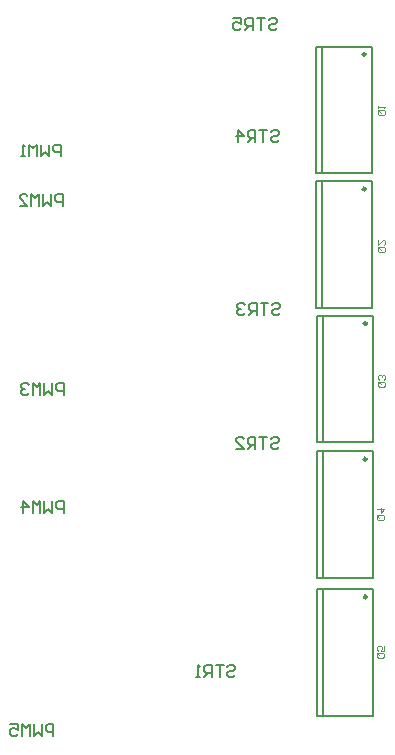
<source format=gbo>
G04 Layer_Color=32896*
%FSLAX44Y44*%
%MOMM*%
G71*
G01*
G75*
%ADD50C,0.2000*%
%ADD51C,0.1000*%
%ADD52C,0.2500*%
%ADD53C,0.1270*%
D50*
X98500Y559900D02*
X145500D01*
X98500Y666900D02*
X145500D01*
Y559900D02*
Y666900D01*
X98500Y559900D02*
Y666900D01*
X103500Y559900D02*
Y666900D01*
X99500Y331900D02*
X146500D01*
X99500Y438900D02*
X146500D01*
Y331900D02*
Y438900D01*
X99500Y331900D02*
Y438900D01*
X104500Y331900D02*
Y438900D01*
X99500Y100500D02*
X146500D01*
X99500Y207500D02*
X146500D01*
Y100500D02*
Y207500D01*
X99500Y100500D02*
Y207500D01*
X104500Y100500D02*
Y207500D01*
X98500Y445900D02*
X145500D01*
X98500Y552900D02*
X145500D01*
Y445900D02*
Y552900D01*
X98500Y445900D02*
Y552900D01*
X103500Y445900D02*
Y552900D01*
X99500Y217100D02*
X146500D01*
X99500Y324100D02*
X146500D01*
Y217100D02*
Y324100D01*
X99500Y217100D02*
Y324100D01*
X104500Y217100D02*
Y324100D01*
D51*
X151000Y153599D02*
X154998D01*
X155998Y152599D01*
Y150600D01*
X154998Y149600D01*
X151000D01*
X150000Y150600D01*
Y152599D01*
X151999Y151599D02*
X150000Y153599D01*
Y152599D02*
X151000Y153599D01*
X155998Y159597D02*
Y155598D01*
X152999D01*
X153999Y157597D01*
Y158597D01*
X152999Y159597D01*
X151000D01*
X150000Y158597D01*
Y156598D01*
X151000Y155598D01*
X151000Y270199D02*
X154998D01*
X155998Y269199D01*
Y267200D01*
X154998Y266200D01*
X151000D01*
X150000Y267200D01*
Y269199D01*
X151999Y268199D02*
X150000Y270199D01*
Y269199D02*
X151000Y270199D01*
X150000Y275197D02*
X155998D01*
X152999Y272198D01*
Y276197D01*
X152000Y382999D02*
X155998D01*
X156998Y381999D01*
Y380000D01*
X155998Y379000D01*
X152000D01*
X151000Y380000D01*
Y381999D01*
X152999Y380999D02*
X151000Y382999D01*
Y381999D02*
X152000Y382999D01*
X155998Y384998D02*
X156998Y385998D01*
Y387997D01*
X155998Y388997D01*
X154999D01*
X153999Y387997D01*
Y386997D01*
Y387997D01*
X152999Y388997D01*
X152000D01*
X151000Y387997D01*
Y385998D01*
X152000Y384998D01*
Y496999D02*
X155998D01*
X156998Y495999D01*
Y494000D01*
X155998Y493000D01*
X152000D01*
X151000Y494000D01*
Y495999D01*
X152999Y494999D02*
X151000Y496999D01*
Y495999D02*
X152000Y496999D01*
X151000Y502997D02*
Y498998D01*
X154999Y502997D01*
X155998D01*
X156998Y501997D01*
Y499998D01*
X155998Y498998D01*
X152000Y612999D02*
X155998D01*
X156998Y611999D01*
Y610000D01*
X155998Y609000D01*
X152000D01*
X151000Y610000D01*
Y611999D01*
X152999Y610999D02*
X151000Y612999D01*
Y611999D02*
X152000Y612999D01*
X151000Y614998D02*
Y616997D01*
Y615998D01*
X156998D01*
X155998Y614998D01*
D52*
X140250Y660400D02*
G03*
X140250Y660400I-1250J0D01*
G01*
X141250Y432400D02*
G03*
X141250Y432400I-1250J0D01*
G01*
X141250Y201000D02*
G03*
X141250Y201000I-1250J0D01*
G01*
X140250Y546400D02*
G03*
X140250Y546400I-1250J0D01*
G01*
X141250Y317600D02*
G03*
X141250Y317600I-1250J0D01*
G01*
D53*
X-124000Y83000D02*
Y92997D01*
X-128998D01*
X-130665Y91331D01*
Y87998D01*
X-128998Y86332D01*
X-124000D01*
X-133997Y92997D02*
Y83000D01*
X-137329Y86332D01*
X-140661Y83000D01*
Y92997D01*
X-143994Y83000D02*
Y92997D01*
X-147326Y89664D01*
X-150658Y92997D01*
Y83000D01*
X-160655Y92997D02*
X-153990D01*
Y87998D01*
X-157323Y89664D01*
X-158989D01*
X-160655Y87998D01*
Y84666D01*
X-158989Y83000D01*
X-155656D01*
X-153990Y84666D01*
X23335Y141331D02*
X25002Y142997D01*
X28334D01*
X30000Y141331D01*
Y139664D01*
X28334Y137998D01*
X25002D01*
X23335Y136332D01*
Y134666D01*
X25002Y133000D01*
X28334D01*
X30000Y134666D01*
X20003Y142997D02*
X13339D01*
X16671D01*
Y133000D01*
X10006D02*
Y142997D01*
X5008D01*
X3342Y141331D01*
Y137998D01*
X5008Y136332D01*
X10006D01*
X6674D02*
X3342Y133000D01*
X10D02*
X-3323D01*
X-1656D01*
Y142997D01*
X10Y141331D01*
X60335Y334331D02*
X62002Y335997D01*
X65334D01*
X67000Y334331D01*
Y332664D01*
X65334Y330998D01*
X62002D01*
X60335Y329332D01*
Y327666D01*
X62002Y326000D01*
X65334D01*
X67000Y327666D01*
X57003Y335997D02*
X50339D01*
X53671D01*
Y326000D01*
X47006D02*
Y335997D01*
X42008D01*
X40342Y334331D01*
Y330998D01*
X42008Y329332D01*
X47006D01*
X43674D02*
X40342Y326000D01*
X30345D02*
X37010D01*
X30345Y332664D01*
Y334331D01*
X32011Y335997D01*
X35343D01*
X37010Y334331D01*
X61336Y448331D02*
X63002Y449997D01*
X66334D01*
X68000Y448331D01*
Y446665D01*
X66334Y444998D01*
X63002D01*
X61336Y443332D01*
Y441666D01*
X63002Y440000D01*
X66334D01*
X68000Y441666D01*
X58003Y449997D02*
X51339D01*
X54671D01*
Y440000D01*
X48006D02*
Y449997D01*
X43008D01*
X41342Y448331D01*
Y444998D01*
X43008Y443332D01*
X48006D01*
X44674D02*
X41342Y440000D01*
X38010Y448331D02*
X36344Y449997D01*
X33011D01*
X31345Y448331D01*
Y446665D01*
X33011Y444998D01*
X34677D01*
X33011D01*
X31345Y443332D01*
Y441666D01*
X33011Y440000D01*
X36344D01*
X38010Y441666D01*
X60335Y594331D02*
X62002Y595997D01*
X65334D01*
X67000Y594331D01*
Y592664D01*
X65334Y590998D01*
X62002D01*
X60335Y589332D01*
Y587666D01*
X62002Y586000D01*
X65334D01*
X67000Y587666D01*
X57003Y595997D02*
X50339D01*
X53671D01*
Y586000D01*
X47006D02*
Y595997D01*
X42008D01*
X40342Y594331D01*
Y590998D01*
X42008Y589332D01*
X47006D01*
X43674D02*
X40342Y586000D01*
X32011D02*
Y595997D01*
X37010Y590998D01*
X30345D01*
X58335Y689331D02*
X60002Y690997D01*
X63334D01*
X65000Y689331D01*
Y687664D01*
X63334Y685998D01*
X60002D01*
X58335Y684332D01*
Y682666D01*
X60002Y681000D01*
X63334D01*
X65000Y682666D01*
X55003Y690997D02*
X48339D01*
X51671D01*
Y681000D01*
X45006D02*
Y690997D01*
X40008D01*
X38342Y689331D01*
Y685998D01*
X40008Y684332D01*
X45006D01*
X41674D02*
X38342Y681000D01*
X28345Y690997D02*
X35010D01*
Y685998D01*
X31677Y687664D01*
X30011D01*
X28345Y685998D01*
Y682666D01*
X30011Y681000D01*
X33344D01*
X35010Y682666D01*
X-115000Y272000D02*
Y281997D01*
X-119998D01*
X-121664Y280331D01*
Y276998D01*
X-119998Y275332D01*
X-115000D01*
X-124997Y281997D02*
Y272000D01*
X-128329Y275332D01*
X-131661Y272000D01*
Y281997D01*
X-134994Y272000D02*
Y281997D01*
X-138326Y278664D01*
X-141658Y281997D01*
Y272000D01*
X-149989D02*
Y281997D01*
X-144990Y276998D01*
X-151655D01*
X-115000Y372000D02*
Y381997D01*
X-119998D01*
X-121664Y380331D01*
Y376998D01*
X-119998Y375332D01*
X-115000D01*
X-124997Y381997D02*
Y372000D01*
X-128329Y375332D01*
X-131661Y372000D01*
Y381997D01*
X-134994Y372000D02*
Y381997D01*
X-138326Y378665D01*
X-141658Y381997D01*
Y372000D01*
X-144990Y380331D02*
X-146657Y381997D01*
X-149989D01*
X-151655Y380331D01*
Y378665D01*
X-149989Y376998D01*
X-148323D01*
X-149989D01*
X-151655Y375332D01*
Y373666D01*
X-149989Y372000D01*
X-146657D01*
X-144990Y373666D01*
X-116000Y532000D02*
Y541997D01*
X-120998D01*
X-122664Y540331D01*
Y536998D01*
X-120998Y535332D01*
X-116000D01*
X-125997Y541997D02*
Y532000D01*
X-129329Y535332D01*
X-132661Y532000D01*
Y541997D01*
X-135994Y532000D02*
Y541997D01*
X-139326Y538665D01*
X-142658Y541997D01*
Y532000D01*
X-152655D02*
X-145990D01*
X-152655Y538665D01*
Y540331D01*
X-150989Y541997D01*
X-147656D01*
X-145990Y540331D01*
X-118000Y574000D02*
Y583997D01*
X-122998D01*
X-124664Y582331D01*
Y578998D01*
X-122998Y577332D01*
X-118000D01*
X-127997Y583997D02*
Y574000D01*
X-131329Y577332D01*
X-134661Y574000D01*
Y583997D01*
X-137994Y574000D02*
Y583997D01*
X-141326Y580664D01*
X-144658Y583997D01*
Y574000D01*
X-147990D02*
X-151323D01*
X-149656D01*
Y583997D01*
X-147990Y582331D01*
M02*

</source>
